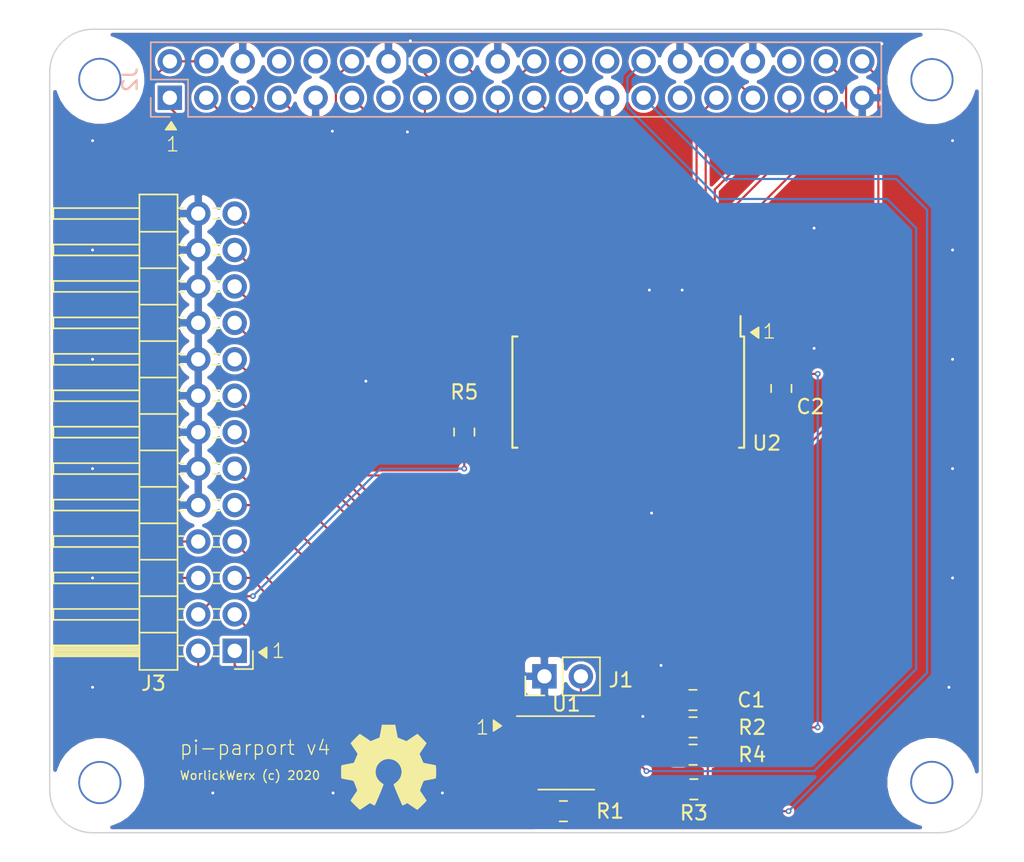
<source format=kicad_pcb>
(kicad_pcb (version 20171130) (host pcbnew 5.1.4+dfsg1-1~bpo10+1)
  (layers (0 F.Cu signal) (31 B.Cu signal) (34 B.Paste user) (35 F.Paste user) (36 B.SilkS user) (37 F.SilkS user) (38 B.Mask user) (39 F.Mask user) (44 Edge.Cuts user))
  (net 0 "")
  (net 1 GND)
  (net 2 /ID_SD_EEPROM)
  (net 3 /ID_SC_EEPROM)
  (net 4 "Net-(J1-Pad2)")
  (net 5 +3V3)
  (net 6 +5V)
  (net 7 /GPIO2)
  (net 8 /GPIO3)
  (net 9 /GPIO4)
  (net 10 "Net-(J2-Pad8)")
  (net 11 "Net-(J2-Pad10)")
  (net 12 /GPIO17)
  (net 13 /GPIO18)
  (net 14 "Net-(J2-Pad13)")
  (net 15 /GPIO22)
  (net 16 /GPIO23)
  (net 17 "Net-(J2-Pad17)")
  (net 18 /GPIO24)
  (net 19 /GPIO10)
  (net 20 /GPIO9)
  (net 21 /GPIO25)
  (net 22 /GPIO11)
  (net 23 /GPIO8)
  (net 24 "Net-(J2-Pad26)")
  (net 25 "Net-(J2-Pad29)")
  (net 26 /GPIO6)
  (net 27 "Net-(J2-Pad32)")
  (net 28 /GPIO13)
  (net 29 /GPIO19)
  (net 30 "Net-(J2-Pad36)")
  (net 31 /GPIO26)
  (net 32 /GPIO20)
  (net 33 /GPIO21)
  (net 34 /CONTROL0)
  (net 35 /CONTROL1)
  (net 36 /DATA0)
  (net 37 /STATUS3)
  (net 38 /DATA1)
  (net 39 /CONTROL2)
  (net 40 /DATA2)
  (net 41 /CONTROL3)
  (net 42 /DATA3)
  (net 43 /DATA4)
  (net 44 /DATA5)
  (net 45 /DATA6)
  (net 46 /DATA7)
  (net 47 /STATUS6)
  (net 48 /STATUS7)
  (net 49 /STATUS5)
  (net 50 /STATUS4)
  (net 51 "Net-(U2-Pad30)")
  (net 52 "Net-(U2-Pad43)")
  (module Symbol:OSHW-Symbol_6.7x6mm_SilkScreen (layer F.Cu) (at 102.1588 112.268)
    (fp_text reference REF** hide)
    (fp_text value OSHW-Symbol_6.7x6mm_SilkScreen hide)
  )
  (module Package_SO:SSOP-48_7.5x15.9mm_P0.635mm (layer F.Cu) (at 118.872 86.106 270)
    (fp_text reference U2 (at 3.556 -9.652 180) (layer F.SilkS))
    (fp_text value SN74LVC161284DLR)
    (pad 1 smd rect (at -4.7 -7.3025 270) (size 1.2 0.4) (layers F.Cu F.Paste F.Mask) (net 32 /GPIO20))
    (pad 2 smd rect (at -4.7 -6.6675 270) (size 1.2 0.4) (layers F.Cu F.Paste F.Mask) (net 31 /GPIO26))
    (pad 3 smd rect (at -4.7 -6.0325 270) (size 1.2 0.4) (layers F.Cu F.Paste F.Mask) (net 29 /GPIO19))
    (pad 4 smd rect (at -4.7 -5.3975 270) (size 1.2 0.4) (layers F.Cu F.Paste F.Mask) (net 26 /GPIO6))
    (pad 5 smd rect (at -4.7 -4.7625 270) (size 1.2 0.4) (layers F.Cu F.Paste F.Mask) (net 28 /GPIO13))
    (pad 6 smd rect (at -4.7 -4.1275 270) (size 1.2 0.4) (layers F.Cu F.Paste F.Mask) (net 1 GND))
    (pad 7 smd rect (at -4.7 -3.4925 270) (size 1.2 0.4) (layers F.Cu F.Paste F.Mask) (net 5 +3V3))
    (pad 8 smd rect (at -4.7 -2.8575 270) (size 1.2 0.4) (layers F.Cu F.Paste F.Mask) (net 22 /GPIO11))
    (pad 9 smd rect (at -4.7 -2.2225 270) (size 1.2 0.4) (layers F.Cu F.Paste F.Mask) (net 23 /GPIO8))
    (pad 10 smd rect (at -4.7 -1.5875 270) (size 1.2 0.4) (layers F.Cu F.Paste F.Mask) (net 1 GND))
    (pad 11 smd rect (at -4.7 -0.9525 270) (size 1.2 0.4) (layers F.Cu F.Paste F.Mask) (net 20 /GPIO9))
    (pad 12 smd rect (at -4.7 -0.3175 270) (size 1.2 0.4) (layers F.Cu F.Paste F.Mask) (net 21 /GPIO25))
    (pad 13 smd rect (at -4.7 0.3175 270) (size 1.2 0.4) (layers F.Cu F.Paste F.Mask) (net 19 /GPIO10))
    (pad 14 smd rect (at -4.7 0.9525 270) (size 1.2 0.4) (layers F.Cu F.Paste F.Mask) (net 18 /GPIO24))
    (pad 15 smd rect (at -4.7 1.5875 270) (size 1.2 0.4) (layers F.Cu F.Paste F.Mask) (net 1 GND))
    (pad 16 smd rect (at -4.7 2.2225 270) (size 1.2 0.4) (layers F.Cu F.Paste F.Mask) (net 16 /GPIO23))
    (pad 17 smd rect (at -4.7 2.8575 270) (size 1.2 0.4) (layers F.Cu F.Paste F.Mask) (net 15 /GPIO22))
    (pad 18 smd rect (at -4.7 3.4925 270) (size 1.2 0.4) (layers F.Cu F.Paste F.Mask) (net 5 +3V3))
    (pad 19 smd rect (at -4.7 4.1275 270) (size 1.2 0.4) (layers F.Cu F.Paste F.Mask) (net 1 GND))
    (pad 20 smd rect (at -4.7 4.7625 270) (size 1.2 0.4) (layers F.Cu F.Paste F.Mask) (net 12 /GPIO17))
    (pad 21 smd rect (at -4.7 5.3975 270) (size 1.2 0.4) (layers F.Cu F.Paste F.Mask) (net 13 /GPIO18))
    (pad 22 smd rect (at -4.7 6.0325 270) (size 1.2 0.4) (layers F.Cu F.Paste F.Mask) (net 9 /GPIO4))
    (pad 23 smd rect (at -4.7 6.6675 270) (size 1.2 0.4) (layers F.Cu F.Paste F.Mask) (net 8 /GPIO3))
    (pad 24 smd rect (at -4.7 7.3025 270) (size 1.2 0.4) (layers F.Cu F.Paste F.Mask) (net 7 /GPIO2))
    (pad 25 smd rect (at 4.7 7.3025 270) (size 1.2 0.4) (layers F.Cu F.Paste F.Mask) (net 37 /STATUS3))
    (pad 26 smd rect (at 4.7 6.6675 270) (size 1.2 0.4) (layers F.Cu F.Paste F.Mask) (net 50 /STATUS4))
    (pad 27 smd rect (at 4.7 6.0325 270) (size 1.2 0.4) (layers F.Cu F.Paste F.Mask) (net 49 /STATUS5))
    (pad 28 smd rect (at 4.7 5.3975 270) (size 1.2 0.4) (layers F.Cu F.Paste F.Mask) (net 48 /STATUS7))
    (pad 29 smd rect (at 4.7 4.7625 270) (size 1.2 0.4) (layers F.Cu F.Paste F.Mask) (net 47 /STATUS6))
    (pad 30 smd rect (at 4.7 4.1275 270) (size 1.2 0.4) (layers F.Cu F.Paste F.Mask) (net 51 "Net-(U2-Pad30)"))
    (pad 31 smd rect (at 4.7 3.4925 270) (size 1.2 0.4) (layers F.Cu F.Paste F.Mask) (net 6 +5V))
    (pad 32 smd rect (at 4.7 2.8575 270) (size 1.2 0.4) (layers F.Cu F.Paste F.Mask) (net 46 /DATA7))
    (pad 33 smd rect (at 4.7 2.2225 270) (size 1.2 0.4) (layers F.Cu F.Paste F.Mask) (net 45 /DATA6))
    (pad 34 smd rect (at 4.7 1.5875 270) (size 1.2 0.4) (layers F.Cu F.Paste F.Mask) (net 1 GND))
    (pad 35 smd rect (at 4.7 0.9525 270) (size 1.2 0.4) (layers F.Cu F.Paste F.Mask) (net 44 /DATA5))
    (pad 36 smd rect (at 4.7 0.3175 270) (size 1.2 0.4) (layers F.Cu F.Paste F.Mask) (net 43 /DATA4))
    (pad 37 smd rect (at 4.7 -0.3175 270) (size 1.2 0.4) (layers F.Cu F.Paste F.Mask) (net 42 /DATA3))
    (pad 38 smd rect (at 4.7 -0.9525 270) (size 1.2 0.4) (layers F.Cu F.Paste F.Mask) (net 40 /DATA2))
    (pad 39 smd rect (at 4.7 -1.5875 270) (size 1.2 0.4) (layers F.Cu F.Paste F.Mask) (net 1 GND))
    (pad 40 smd rect (at 4.7 -2.2225 270) (size 1.2 0.4) (layers F.Cu F.Paste F.Mask) (net 38 /DATA1))
    (pad 41 smd rect (at 4.7 -2.8575 270) (size 1.2 0.4) (layers F.Cu F.Paste F.Mask) (net 36 /DATA0))
    (pad 42 smd rect (at 4.7 -3.4925 270) (size 1.2 0.4) (layers F.Cu F.Paste F.Mask) (net 6 +5V))
    (pad 43 smd rect (at 4.7 -4.1275 270) (size 1.2 0.4) (layers F.Cu F.Paste F.Mask) (net 52 "Net-(U2-Pad43)"))
    (pad 44 smd rect (at 4.7 -4.7625 270) (size 1.2 0.4) (layers F.Cu F.Paste F.Mask) (net 34 /CONTROL0))
    (pad 45 smd rect (at 4.7 -5.3975 270) (size 1.2 0.4) (layers F.Cu F.Paste F.Mask) (net 35 /CONTROL1))
    (pad 46 smd rect (at 4.7 -6.0325 270) (size 1.2 0.4) (layers F.Cu F.Paste F.Mask) (net 39 /CONTROL2))
    (pad 47 smd rect (at 4.7 -6.6675 270) (size 1.2 0.4) (layers F.Cu F.Paste F.Mask) (net 41 /CONTROL3))
    (pad 48 smd rect (at 4.7 -7.3025 270) (size 1.2 0.4) (layers F.Cu F.Paste F.Mask) (net 33 /GPIO21))
  )
  (module Connector_PinHeader_2.54mm:PinHeader_2x13_P2.54mm_Horizontal (layer F.Cu) (at 91.44 104.14 180)
    (fp_text reference J3 (at 5.655 -2.27) (layer F.SilkS))
    (fp_text value Conn_02x13_Odd_Even)
    (pad 1 thru_hole rect (at 0 0 180) (size 1.7 1.7) (drill 1) (layers *.Cu *.Mask) (net 34 /CONTROL0))
    (pad 2 thru_hole oval (at 2.54 0 180) (size 1.7 1.7) (drill 1) (layers *.Cu *.Mask) (net 35 /CONTROL1))
    (pad 3 thru_hole oval (at 0 2.54 180) (size 1.7 1.7) (drill 1) (layers *.Cu *.Mask) (net 36 /DATA0))
    (pad 4 thru_hole oval (at 2.54 2.54 180) (size 1.7 1.7) (drill 1) (layers *.Cu *.Mask) (net 37 /STATUS3))
    (pad 5 thru_hole oval (at 0 5.08 180) (size 1.7 1.7) (drill 1) (layers *.Cu *.Mask) (net 38 /DATA1))
    (pad 6 thru_hole oval (at 2.54 5.08 180) (size 1.7 1.7) (drill 1) (layers *.Cu *.Mask) (net 39 /CONTROL2))
    (pad 7 thru_hole oval (at 0 7.62 180) (size 1.7 1.7) (drill 1) (layers *.Cu *.Mask) (net 40 /DATA2))
    (pad 8 thru_hole oval (at 2.54 7.62 180) (size 1.7 1.7) (drill 1) (layers *.Cu *.Mask) (net 41 /CONTROL3))
    (pad 9 thru_hole oval (at 0 10.16 180) (size 1.7 1.7) (drill 1) (layers *.Cu *.Mask) (net 42 /DATA3))
    (pad 10 thru_hole oval (at 2.54 10.16 180) (size 1.7 1.7) (drill 1) (layers *.Cu *.Mask) (net 1 GND))
    (pad 11 thru_hole oval (at 0 12.7 180) (size 1.7 1.7) (drill 1) (layers *.Cu *.Mask) (net 43 /DATA4))
    (pad 12 thru_hole oval (at 2.54 12.7 180) (size 1.7 1.7) (drill 1) (layers *.Cu *.Mask) (net 1 GND))
    (pad 13 thru_hole oval (at 0 15.24 180) (size 1.7 1.7) (drill 1) (layers *.Cu *.Mask) (net 44 /DATA5))
    (pad 14 thru_hole oval (at 2.54 15.24 180) (size 1.7 1.7) (drill 1) (layers *.Cu *.Mask) (net 1 GND))
    (pad 15 thru_hole oval (at 0 17.78 180) (size 1.7 1.7) (drill 1) (layers *.Cu *.Mask) (net 45 /DATA6))
    (pad 16 thru_hole oval (at 2.54 17.78 180) (size 1.7 1.7) (drill 1) (layers *.Cu *.Mask) (net 1 GND))
    (pad 17 thru_hole oval (at 0 20.32 180) (size 1.7 1.7) (drill 1) (layers *.Cu *.Mask) (net 46 /DATA7))
    (pad 18 thru_hole oval (at 2.54 20.32 180) (size 1.7 1.7) (drill 1) (layers *.Cu *.Mask) (net 1 GND))
    (pad 19 thru_hole oval (at 0 22.86 180) (size 1.7 1.7) (drill 1) (layers *.Cu *.Mask) (net 47 /STATUS6))
    (pad 20 thru_hole oval (at 2.54 22.86 180) (size 1.7 1.7) (drill 1) (layers *.Cu *.Mask) (net 1 GND))
    (pad 21 thru_hole oval (at 0 25.4 180) (size 1.7 1.7) (drill 1) (layers *.Cu *.Mask) (net 48 /STATUS7))
    (pad 22 thru_hole oval (at 2.54 25.4 180) (size 1.7 1.7) (drill 1) (layers *.Cu *.Mask) (net 1 GND))
    (pad 23 thru_hole oval (at 0 27.94 180) (size 1.7 1.7) (drill 1) (layers *.Cu *.Mask) (net 49 /STATUS5))
    (pad 24 thru_hole oval (at 2.54 27.94 180) (size 1.7 1.7) (drill 1) (layers *.Cu *.Mask) (net 1 GND))
    (pad 25 thru_hole oval (at 0 30.48 180) (size 1.7 1.7) (drill 1) (layers *.Cu *.Mask) (net 50 /STATUS4))
    (pad 26 thru_hole oval (at 2.54 30.48 180) (size 1.7 1.7) (drill 1) (layers *.Cu *.Mask) (net 1 GND))
  )
  (module Connector_PinSocket_2.54mm:PinSocket_2x20_P2.54mm_Vertical (layer B.Cu) (at 86.92 65.59 270)
    (fp_text reference J2 (at -1.27 2.77 270) (layer B.SilkS) (effects (justify mirror)))
    (fp_text value 40HAT)
    (pad 1 thru_hole rect (at 0 0 270) (size 1.7 1.7) (drill 1) (layers *.Cu *.Mask) (net 5 +3V3))
    (pad 2 thru_hole oval (at -2.54 0 270) (size 1.7 1.7) (drill 1) (layers *.Cu *.Mask) (net 6 +5V))
    (pad 3 thru_hole oval (at 0 -2.54 270) (size 1.7 1.7) (drill 1) (layers *.Cu *.Mask) (net 7 /GPIO2))
    (pad 4 thru_hole oval (at -2.54 -2.54 270) (size 1.7 1.7) (drill 1) (layers *.Cu *.Mask) (net 6 +5V))
    (pad 5 thru_hole oval (at 0 -5.08 270) (size 1.7 1.7) (drill 1) (layers *.Cu *.Mask) (net 8 /GPIO3))
    (pad 6 thru_hole oval (at -2.54 -5.08 270) (size 1.7 1.7) (drill 1) (layers *.Cu *.Mask) (net 1 GND))
    (pad 7 thru_hole oval (at 0 -7.62 270) (size 1.7 1.7) (drill 1) (layers *.Cu *.Mask) (net 9 /GPIO4))
    (pad 8 thru_hole oval (at -2.54 -7.62 270) (size 1.7 1.7) (drill 1) (layers *.Cu *.Mask) (net 10 "Net-(J2-Pad8)"))
    (pad 9 thru_hole oval (at 0 -10.16 270) (size 1.7 1.7) (drill 1) (layers *.Cu *.Mask) (net 1 GND))
    (pad 10 thru_hole oval (at -2.54 -10.16 270) (size 1.7 1.7) (drill 1) (layers *.Cu *.Mask) (net 11 "Net-(J2-Pad10)"))
    (pad 11 thru_hole oval (at 0 -12.7 270) (size 1.7 1.7) (drill 1) (layers *.Cu *.Mask) (net 12 /GPIO17))
    (pad 12 thru_hole oval (at -2.54 -12.7 270) (size 1.7 1.7) (drill 1) (layers *.Cu *.Mask) (net 13 /GPIO18))
    (pad 13 thru_hole oval (at 0 -15.24 270) (size 1.7 1.7) (drill 1) (layers *.Cu *.Mask) (net 14 "Net-(J2-Pad13)"))
    (pad 14 thru_hole oval (at -2.54 -15.24 270) (size 1.7 1.7) (drill 1) (layers *.Cu *.Mask) (net 1 GND))
    (pad 15 thru_hole oval (at 0 -17.78 270) (size 1.7 1.7) (drill 1) (layers *.Cu *.Mask) (net 15 /GPIO22))
    (pad 16 thru_hole oval (at -2.54 -17.78 270) (size 1.7 1.7) (drill 1) (layers *.Cu *.Mask) (net 16 /GPIO23))
    (pad 17 thru_hole oval (at 0 -20.32 270) (size 1.7 1.7) (drill 1) (layers *.Cu *.Mask) (net 17 "Net-(J2-Pad17)"))
    (pad 18 thru_hole oval (at -2.54 -20.32 270) (size 1.7 1.7) (drill 1) (layers *.Cu *.Mask) (net 18 /GPIO24))
    (pad 19 thru_hole oval (at 0 -22.86 270) (size 1.7 1.7) (drill 1) (layers *.Cu *.Mask) (net 19 /GPIO10))
    (pad 20 thru_hole oval (at -2.54 -22.86 270) (size 1.7 1.7) (drill 1) (layers *.Cu *.Mask) (net 1 GND))
    (pad 21 thru_hole oval (at 0 -25.4 270) (size 1.7 1.7) (drill 1) (layers *.Cu *.Mask) (net 20 /GPIO9))
    (pad 22 thru_hole oval (at -2.54 -25.4 270) (size 1.7 1.7) (drill 1) (layers *.Cu *.Mask) (net 21 /GPIO25))
    (pad 23 thru_hole oval (at 0 -27.94 270) (size 1.7 1.7) (drill 1) (layers *.Cu *.Mask) (net 22 /GPIO11))
    (pad 24 thru_hole oval (at -2.54 -27.94 270) (size 1.7 1.7) (drill 1) (layers *.Cu *.Mask) (net 23 /GPIO8))
    (pad 25 thru_hole oval (at 0 -30.48 270) (size 1.7 1.7) (drill 1) (layers *.Cu *.Mask) (net 1 GND))
    (pad 26 thru_hole oval (at -2.54 -30.48 270) (size 1.7 1.7) (drill 1) (layers *.Cu *.Mask) (net 24 "Net-(J2-Pad26)"))
    (pad 27 thru_hole oval (at 0 -33.02 270) (size 1.7 1.7) (drill 1) (layers *.Cu *.Mask) (net 2 /ID_SD_EEPROM))
    (pad 28 thru_hole oval (at -2.54 -33.02 270) (size 1.7 1.7) (drill 1) (layers *.Cu *.Mask) (net 3 /ID_SC_EEPROM))
    (pad 29 thru_hole oval (at 0 -35.56 270) (size 1.7 1.7) (drill 1) (layers *.Cu *.Mask) (net 25 "Net-(J2-Pad29)"))
    (pad 30 thru_hole oval (at -2.54 -35.56 270) (size 1.7 1.7) (drill 1) (layers *.Cu *.Mask) (net 1 GND))
    (pad 31 thru_hole oval (at 0 -38.1 270) (size 1.7 1.7) (drill 1) (layers *.Cu *.Mask) (net 26 /GPIO6))
    (pad 32 thru_hole oval (at -2.54 -38.1 270) (size 1.7 1.7) (drill 1) (layers *.Cu *.Mask) (net 27 "Net-(J2-Pad32)"))
    (pad 33 thru_hole oval (at 0 -40.64 270) (size 1.7 1.7) (drill 1) (layers *.Cu *.Mask) (net 28 /GPIO13))
    (pad 34 thru_hole oval (at -2.54 -40.64 270) (size 1.7 1.7) (drill 1) (layers *.Cu *.Mask) (net 1 GND))
    (pad 35 thru_hole oval (at 0 -43.18 270) (size 1.7 1.7) (drill 1) (layers *.Cu *.Mask) (net 29 /GPIO19))
    (pad 36 thru_hole oval (at -2.54 -43.18 270) (size 1.7 1.7) (drill 1) (layers *.Cu *.Mask) (net 30 "Net-(J2-Pad36)"))
    (pad 37 thru_hole oval (at 0 -45.72 270) (size 1.7 1.7) (drill 1) (layers *.Cu *.Mask) (net 31 /GPIO26))
    (pad 38 thru_hole oval (at -2.54 -45.72 270) (size 1.7 1.7) (drill 1) (layers *.Cu *.Mask) (net 32 /GPIO20))
    (pad 39 thru_hole oval (at 0 -48.26 270) (size 1.7 1.7) (drill 1) (layers *.Cu *.Mask) (net 1 GND))
    (pad 40 thru_hole oval (at -2.54 -48.26 270) (size 1.7 1.7) (drill 1) (layers *.Cu *.Mask) (net 33 /GPIO21))
  )
  (module Connector_PinHeader_2.54mm:PinHeader_1x02_P2.54mm_Vertical (layer F.Cu) (at 113.03 105.918 90)
    (fp_text reference J1 (at -0.254 5.334 180) (layer F.SilkS))
    (fp_text value CONN_01X02)
    (pad 1 thru_hole rect (at 0 0 90) (size 1.7 1.7) (drill 1) (layers *.Cu *.Mask) (net 1 GND))
    (pad 2 thru_hole oval (at 0 2.54 90) (size 1.7 1.7) (drill 1) (layers *.Cu *.Mask) (net 4 "Net-(J1-Pad2)"))
  )
  (module project_footprints:NPTH_3mm_ID (layer F.Cu) (at 82.04 64.31)
    (fp_text reference H1 (at 0.06 0.09) (layer F.SilkS))
    (fp_text value 3mm_Mounting_Hole hide)
    (pad "" np_thru_hole circle (at 0 0) (size 3 3) (drill 2.75) (layers *.Cu *.Mask) (clearance 1.6))
  )
  (module project_footprints:NPTH_3mm_ID (layer F.Cu) (at 140.04 64.33)
    (fp_text reference H3 (at 0.06 0.09) (layer F.SilkS))
    (fp_text value 3mm_Mounting_Hole hide)
    (pad "" np_thru_hole circle (at 0 0) (size 3 3) (drill 2.75) (layers *.Cu *.Mask) (clearance 1.6))
  )
  (module project_footprints:NPTH_3mm_ID (layer F.Cu) (at 82.04 113.32)
    (fp_text reference H2 (at 0.06 0.09) (layer F.SilkS))
    (fp_text value 3mm_Mounting_Hole hide)
    (pad "" np_thru_hole circle (at 0 0) (size 3 3) (drill 2.75) (layers *.Cu *.Mask) (clearance 1.6))
  )
  (module project_footprints:NPTH_3mm_ID (layer F.Cu) (at 140.03 113.31)
    (fp_text reference H4 (at 0.06 0.09) (layer F.SilkS))
    (fp_text value 3mm_Mounting_Hole hide)
    (pad "" np_thru_hole circle (at 0 0) (size 3 3) (drill 2.75) (layers *.Cu *.Mask) (clearance 1.6))
  )
  (module Resistor_SMD:R_0805_2012Metric_Pad1.15x1.40mm_HandSolder (layer F.Cu) (at 107.442 88.891 90)
    (fp_text reference R5 (at 2.785 0 180) (layer F.SilkS))
    (fp_text value 1.4K)
    (pad 1 smd roundrect (at -1.025 0 90) (size 1.15 1.4) (layers F.Cu F.Paste F.Mask) (roundrect_rratio 0.217391) (net 37 /STATUS3))
    (pad 2 smd roundrect (at 1.025 0 90) (size 1.15 1.4) (layers F.Cu F.Paste F.Mask) (roundrect_rratio 0.217391) (net 6 +5V))
  )
  (module Capacitor_SMD:C_0805_2012Metric_Pad1.15x1.40mm_HandSolder (layer F.Cu) (at 123.3805 107.569 180)
    (fp_text reference C1 (at -4.064 0) (layer F.SilkS))
    (fp_text value 100nF)
    (pad 2 smd roundrect (at 1.025 0 180) (size 1.15 1.4) (layers F.Cu F.Paste F.Mask) (roundrect_rratio 0.217391) (net 1 GND))
    (pad 1 smd roundrect (at -1.025 0 180) (size 1.15 1.4) (layers F.Cu F.Paste F.Mask) (roundrect_rratio 0.217391) (net 5 +3V3))
  )
  (module Capacitor_SMD:C_0805_2012Metric_Pad1.15x1.40mm_HandSolder (layer F.Cu) (at 129.54 85.852 270)
    (fp_text reference C2 (at 1.27 -2.032) (layer F.SilkS))
    (fp_text value 100nF)
    (pad 1 smd roundrect (at -1.025 0 270) (size 1.15 1.4) (layers F.Cu F.Paste F.Mask) (roundrect_rratio 0.217391) (net 5 +3V3))
    (pad 2 smd roundrect (at 1.025 0 270) (size 1.15 1.4) (layers F.Cu F.Paste F.Mask) (roundrect_rratio 0.217391) (net 1 GND))
  )
  (module Resistor_SMD:R_0805_2012Metric_Pad1.15x1.40mm_HandSolder (layer F.Cu) (at 114.3535 115.316 180)
    (fp_text reference R1 (at -3.2485 0) (layer F.SilkS))
    (fp_text value DNP)
    (pad 2 smd roundrect (at 1.025 0 180) (size 1.15 1.4) (layers F.Cu F.Paste F.Mask) (roundrect_rratio 0.217391) (net 1 GND))
    (pad 1 smd roundrect (at -1.025 0 180) (size 1.15 1.4) (layers F.Cu F.Paste F.Mask) (roundrect_rratio 0.217391) (net 4 "Net-(J1-Pad2)"))
  )
  (module Resistor_SMD:R_0805_2012Metric_Pad1.15x1.40mm_HandSolder (layer F.Cu) (at 123.3905 109.474)
    (fp_text reference R2 (at 4.1175 0) (layer F.SilkS))
    (fp_text value 10K)
    (pad 1 smd roundrect (at -1.025 0) (size 1.15 1.4) (layers F.Cu F.Paste F.Mask) (roundrect_rratio 0.217391) (net 4 "Net-(J1-Pad2)"))
    (pad 2 smd roundrect (at 1.025 0) (size 1.15 1.4) (layers F.Cu F.Paste F.Mask) (roundrect_rratio 0.217391) (net 5 +3V3))
  )
  (module Resistor_SMD:R_0805_2012Metric_Pad1.15x1.40mm_HandSolder (layer F.Cu) (at 123.444 113.792 180)
    (fp_text reference R3 (at 0 -1.65) (layer F.SilkS))
    (fp_text value 3.9K)
    (pad 1 smd roundrect (at -1.025 0 180) (size 1.15 1.4) (layers F.Cu F.Paste F.Mask) (roundrect_rratio 0.217391) (net 5 +3V3))
    (pad 2 smd roundrect (at 1.025 0 180) (size 1.15 1.4) (layers F.Cu F.Paste F.Mask) (roundrect_rratio 0.217391) (net 2 /ID_SD_EEPROM))
  )
  (module Resistor_SMD:R_0805_2012Metric_Pad1.15x1.40mm_HandSolder (layer F.Cu) (at 123.3905 111.379 180)
    (fp_text reference R4 (at -4.1175 0) (layer F.SilkS))
    (fp_text value 3.9K)
    (pad 2 smd roundrect (at 1.025 0 180) (size 1.15 1.4) (layers F.Cu F.Paste F.Mask) (roundrect_rratio 0.217391) (net 3 /ID_SC_EEPROM))
    (pad 1 smd roundrect (at -1.025 0 180) (size 1.15 1.4) (layers F.Cu F.Paste F.Mask) (roundrect_rratio 0.217391) (net 5 +3V3))
  )
  (module Package_SO:SOIC-8_3.9x4.9mm_P1.27mm (layer F.Cu) (at 114.554 111.252)
    (fp_text reference U1 (at 0 -3.4) (layer F.SilkS))
    (fp_text value CAT24C32)
    (pad 1 smd roundrect (at -2.475 -1.905) (size 1.95 0.6) (layers F.Cu F.Paste F.Mask) (net 1 GND))
    (pad 2 smd roundrect (at -2.475 -0.635) (size 1.95 0.6) (layers F.Cu F.Paste F.Mask) (net 1 GND))
    (pad 3 smd roundrect (at -2.475 0.635) (size 1.95 0.6) (layers F.Cu F.Paste F.Mask) (net 1 GND))
    (pad 4 smd roundrect (at -2.475 1.905) (size 1.95 0.6) (layers F.Cu F.Paste F.Mask) (net 1 GND))
    (pad 5 smd roundrect (at 2.475 1.905) (size 1.95 0.6) (layers F.Cu F.Paste F.Mask) (net 2 /ID_SD_EEPROM))
    (pad 6 smd roundrect (at 2.475 0.635) (size 1.95 0.6) (layers F.Cu F.Paste F.Mask) (net 3 /ID_SC_EEPROM))
    (pad 7 smd roundrect (at 2.475 -0.635) (size 1.95 0.6) (layers F.Cu F.Paste F.Mask) (net 4 "Net-(J1-Pad2)"))
    (pad 8 smd roundrect (at 2.475 -1.905) (size 1.95 0.6) (layers F.Cu F.Paste F.Mask) (net 5 +3V3))
  )
  (gr_line (start 143.546356 63.817611) (end 143.546351 113.822847) (layer Edge.Cuts) (width 0.1))
  (gr_text 1 (at 87.122 68.834) (layer F.SilkS) (effects (font (size 1 1) (thickness 0.09))))
  (gr_poly (pts (xy 86.614 67.818) (xy 87.0204 67.2592) (xy 87.376 67.818)) (layer F.SilkS) (width 0.1))
  (gr_text 1 (at 108.712 109.474) (layer F.SilkS) (effects (font (size 1 1) (thickness 0.09))))
  (gr_poly (pts (xy 109.474 108.966) (xy 110.0328 109.3724) (xy 109.474 109.728)) (layer F.SilkS) (width 0.1))
  (gr_poly (pts (xy 93.6752 104.648) (xy 93.1164 104.2416) (xy 93.6752 103.886)) (layer F.SilkS) (width 0.1))
  (gr_text 1 (at 94.488 104.14) (layer F.SilkS) (effects (font (size 1 1) (thickness 0.09))))
  (gr_text 1 (at 128.7 81.875) (layer F.SilkS) (effects (font (size 1 1) (thickness 0.09))))
  (gr_poly (pts (xy 127.9652 82.3468) (xy 127.4064 81.9404) (xy 127.9652 81.5848)) (layer F.SilkS) (width 0.1))
  (gr_text "WorlickWerx (c) 2020" (at 92.5068 112.8268) (layer F.SilkS) (effects (font (size 0.6 0.6) (thickness 0.09))))
  (gr_text "pi-parport v4" (at 92.8624 110.8964) (layer F.SilkS) (effects (font (size 1 1) (thickness 0.09))))
  (gr_line (start 78.546356 63.817611) (end 78.546356 113.817611) (layer Edge.Cuts) (width 0.1))
  (gr_arc (start 81.546356 63.817611) (end 81.546356 60.817611) (angle -90) (layer Edge.Cuts) (width 0.1))
  (gr_line (start 140.546356 60.817611) (end 81.546356 60.817611) (layer Edge.Cuts) (width 0.1))
  (gr_arc (start 140.546356 63.817611) (end 143.546356 63.817611) (angle -90) (layer Edge.Cuts) (width 0.1))
  (gr_arc (start 81.546356 113.817611) (end 78.546356 113.817611) (angle -90) (layer Edge.Cuts) (width 0.1))
  (gr_line (start 81.546356 116.817611) (end 140.546356 116.817611) (layer Edge.Cuts) (width 0.1))
  (gr_arc (start 140.546356 113.817611) (end 140.546356 116.817611) (angle -89.9) (layer Edge.Cuts) (width 0.1))
  (via (at 81.534 76.2) (size 0.4) (drill 0.2) (layers F.Cu B.Cu) (net 1))
  (via (at 81.534 83.82) (size 0.4) (drill 0.2) (layers F.Cu B.Cu) (net 1))
  (via (at 81.534 91.44) (size 0.4) (drill 0.2) (layers F.Cu B.Cu) (net 1))
  (via (at 81.534 99.06) (size 0.4) (drill 0.2) (layers F.Cu B.Cu) (net 1))
  (via (at 81.534 106.68) (size 0.4) (drill 0.2) (layers F.Cu B.Cu) (net 1))
  (via (at 89.916 114.046) (size 0.4) (drill 0.2) (layers F.Cu B.Cu) (net 1))
  (via (at 98.298 114.046) (size 0.4) (drill 0.2) (layers F.Cu B.Cu) (net 1))
  (via (at 105.918 114.046) (size 0.4) (drill 0.2) (layers F.Cu B.Cu) (net 1))
  (via (at 141.224 106.68) (size 0.4) (drill 0.2) (layers F.Cu B.Cu) (net 1))
  (via (at 141.478 99.06) (size 0.4) (drill 0.2) (layers F.Cu B.Cu) (net 1))
  (via (at 141.478 91.44) (size 0.4) (drill 0.2) (layers F.Cu B.Cu) (net 1))
  (via (at 141.478 76.2) (size 0.4) (drill 0.2) (layers F.Cu B.Cu) (net 1))
  (via (at 141.478 68.58) (size 0.4) (drill 0.2) (layers F.Cu B.Cu) (net 1))
  (via (at 131.826 74.676) (size 0.4) (drill 0.2) (layers F.Cu B.Cu) (net 1))
  (via (at 131.826 83.058) (size 0.4) (drill 0.2) (layers F.Cu B.Cu) (net 1))
  (via (at 121.158 105.156) (size 0.4) (drill 0.2) (layers F.Cu B.Cu) (net 1))
  (via (at 100.584 85.344) (size 0.4) (drill 0.2) (layers F.Cu B.Cu) (net 1))
  (via (at 81.534 68.58) (size 0.4) (drill 0.2) (layers F.Cu B.Cu) (net 1))
  (via (at 141.478 83.82) (size 0.4) (drill 0.2) (layers F.Cu B.Cu) (net 1))
  (via (at 120.3452 78.994) (size 0.4) (drill 0.2) (layers F.Cu B.Cu) (net 1))
  (via (at 120.4976 94.5388) (size 0.4) (drill 0.2) (layers F.Cu B.Cu) (net 1))
  (via (at 122.6312 78.994) (size 0.4) (drill 0.2) (layers F.Cu B.Cu) (net 1))
  (segment (start 120.3452 78.994) (end 122.6312 78.994) (width 0.15) (layer B.Cu) (net 1))
  (via (at 136.5504 61.8236) (size 0.4) (drill 0.2) (layers F.Cu B.Cu) (net 1))
  (via (at 98.2472 67.9196) (size 0.4) (drill 0.2) (layers F.Cu B.Cu) (net 1))
  (via (at 103.6828 61.6204) (size 0.4) (drill 0.2) (layers F.Cu B.Cu) (net 1))
  (via (at 103.4796 67.9704) (size 0.4) (drill 0.2) (layers F.Cu B.Cu) (net 1))
  (segment (start 103.279601 67.770401) (end 103.4796 67.9704) (width 0.15) (layer B.Cu) (net 1))
  (segment (start 103.228801 67.719601) (end 103.279601 67.770401) (width 0.15) (layer B.Cu) (net 1))
  (segment (start 98.447199 67.719601) (end 103.228801 67.719601) (width 0.15) (layer B.Cu) (net 1))
  (segment (start 98.2472 67.9196) (end 98.447199 67.719601) (width 0.15) (layer B.Cu) (net 1))
  (segment (start 103.4796 61.8236) (end 103.6828 61.6204) (width 0.15) (layer B.Cu) (net 1))
  (segment (start 103.4796 67.9704) (end 103.4796 61.8236) (width 0.15) (layer B.Cu) (net 1))
  (via (at 119.888 108.712) (size 0.4) (drill 0.2) (layers F.Cu B.Cu) (net 1))
  (segment (start 120.4976 79.1464) (end 120.3452 78.994) (width 0.15) (layer B.Cu) (net 1))
  (segment (start 120.4976 94.5388) (end 120.4976 79.1464) (width 0.15) (layer B.Cu) (net 1))
  (segment (start 119.94 66.06) (end 119.94 65.59) (width 0.25) (layer B.Cu) (net 2))
  (segment (start 120.49 66.14) (end 119.94 65.59) (width 0.15) (layer F.Cu) (net 2))
  (segment (start 121.744 113.792) (end 122.419 113.792) (width 0.15) (layer F.Cu) (net 2))
  (segment (start 117.029 113.557) (end 117.264 113.792) (width 0.15) (layer F.Cu) (net 2))
  (segment (start 117.029 113.157) (end 117.029 113.557) (width 0.15) (layer F.Cu) (net 2))
  (segment (start 117.264 113.792) (end 121.744 113.792) (width 0.15) (layer F.Cu) (net 2))
  (segment (start 139.7 105.664) (end 130.048 115.316) (width 0.15) (layer B.Cu) (net 2))
  (segment (start 130.048 115.316) (end 130.048 115.316) (width 0.15) (layer B.Cu) (net 2))
  (via (at 130.048 115.316) (size 0.4) (drill 0.2) (layers F.Cu B.Cu) (net 2))
  (segment (start 122.419 114.592) (end 123.143 115.316) (width 0.15) (layer F.Cu) (net 2))
  (segment (start 122.419 113.792) (end 122.419 114.592) (width 0.15) (layer F.Cu) (net 2))
  (segment (start 123.143 115.316) (end 130.048 115.316) (width 0.15) (layer F.Cu) (net 2))
  (segment (start 125.6 71.25) (end 137.544 71.25) (width 0.15) (layer B.Cu) (net 2))
  (segment (start 125.6 71.25) (end 119.94 65.59) (width 0.15) (layer B.Cu) (net 2))
  (segment (start 125.724 71.374) (end 125.6 71.25) (width 0.15) (layer B.Cu) (net 2))
  (segment (start 139.7 73.406) (end 139.7 105.664) (width 0.15) (layer B.Cu) (net 2))
  (segment (start 137.544 71.25) (end 139.7 73.406) (width 0.15) (layer B.Cu) (net 2))
  (segment (start 119.94 63.05) (end 119.85 63.05) (width 0.15) (layer F.Cu) (net 3))
  (segment (start 122.428 111.3295) (end 122.428 111.252) (width 0.15) (layer F.Cu) (net 3))
  (segment (start 121.808 111.902) (end 121.8555 111.902) (width 0.15) (layer F.Cu) (net 3))
  (segment (start 121.793 111.887) (end 121.808 111.902) (width 0.15) (layer F.Cu) (net 3))
  (segment (start 117.254 111.887) (end 118.491 111.887) (width 0.15) (layer F.Cu) (net 3))
  (segment (start 118.814999 64.175001) (end 119.090001 63.899999) (width 0.15) (layer B.Cu) (net 3))
  (segment (start 118.814999 66.236999) (end 118.814999 64.175001) (width 0.15) (layer B.Cu) (net 3))
  (segment (start 125.222 72.644) (end 118.814999 66.236999) (width 0.15) (layer B.Cu) (net 3))
  (segment (start 119.090001 63.899999) (end 119.94 63.05) (width 0.15) (layer B.Cu) (net 3))
  (segment (start 131.826 112.522) (end 138.938 105.41) (width 0.15) (layer B.Cu) (net 3))
  (via (at 120.142 112.522) (size 0.4) (drill 0.2) (layers F.Cu B.Cu) (net 3))
  (segment (start 131.826 112.522) (end 120.142 112.522) (width 0.15) (layer B.Cu) (net 3))
  (segment (start 120.142 112.522) (end 119.507 111.887) (width 0.15) (layer F.Cu) (net 3))
  (segment (start 118.491 111.887) (end 119.507 111.887) (width 0.15) (layer F.Cu) (net 3))
  (segment (start 121.1825 111.887) (end 119.507 111.887) (width 0.15) (layer F.Cu) (net 3))
  (segment (start 121.6905 111.379) (end 121.1825 111.887) (width 0.15) (layer F.Cu) (net 3))
  (segment (start 122.3655 111.379) (end 121.6905 111.379) (width 0.15) (layer F.Cu) (net 3))
  (segment (start 125.222 72.644) (end 136.906 72.644) (width 0.15) (layer B.Cu) (net 3))
  (segment (start 138.938 105.41) (end 138.938 74.676) (width 0.15) (layer B.Cu) (net 3))
  (segment (start 138.938 74.676) (end 136.906 72.644) (width 0.15) (layer B.Cu) (net 3))
  (segment (start 122.428 109.5515) (end 122.428 109.474) (width 0.15) (layer F.Cu) (net 4))
  (segment (start 121.3625 110.617) (end 122.428 109.5515) (width 0.15) (layer F.Cu) (net 4))
  (segment (start 117.254 110.617) (end 121.3625 110.617) (width 0.15) (layer F.Cu) (net 4))
  (segment (start 116.14 110.428) (end 115.57 109.858) (width 0.15) (layer F.Cu) (net 4))
  (segment (start 116.329 110.617) (end 116.14 110.428) (width 0.15) (layer F.Cu) (net 4))
  (segment (start 115.57 109.858) (end 115.57 105.918) (width 0.15) (layer F.Cu) (net 4))
  (segment (start 116.14 110.428) (end 116.078 110.366) (width 0.15) (layer F.Cu) (net 4))
  (segment (start 115.316 114.666) (end 115.316 115.316) (width 0.15) (layer F.Cu) (net 4))
  (segment (start 115.316 111.63) (end 115.316 114.666) (width 0.15) (layer F.Cu) (net 4))
  (segment (start 116.329 110.617) (end 115.316 111.63) (width 0.15) (layer F.Cu) (net 4))
  (segment (start 117.254 110.617) (end 116.329 110.617) (width 0.15) (layer F.Cu) (net 4))
  (segment (start 124.4065 111.3055) (end 124.353 111.252) (width 0.15) (layer F.Cu) (net 5))
  (segment (start 121.412 84.836) (end 122.3645 83.8835) (width 0.15) (layer F.Cu) (net 5))
  (segment (start 115.3795 83.8835) (end 116.332 84.836) (width 0.15) (layer F.Cu) (net 5))
  (segment (start 86.92 66.274012) (end 90.495988 69.85) (width 0.15) (layer F.Cu) (net 5))
  (segment (start 86.92 65.59) (end 86.92 66.274012) (width 0.15) (layer F.Cu) (net 5))
  (segment (start 90.495988 69.85) (end 91.948 69.85) (width 0.15) (layer F.Cu) (net 5))
  (segment (start 106.934 84.836) (end 117.856 84.836) (width 0.15) (layer F.Cu) (net 5))
  (segment (start 91.948 69.85) (end 106.934 84.836) (width 0.15) (layer F.Cu) (net 5))
  (segment (start 117.856 84.836) (end 121.412 84.836) (width 0.15) (layer F.Cu) (net 5))
  (segment (start 116.332 84.836) (end 117.856 84.836) (width 0.15) (layer F.Cu) (net 5))
  (via (at 132.08 109.474) (size 0.4) (drill 0.2) (layers F.Cu B.Cu) (net 5))
  (segment (start 132.08 84.836) (end 132.08 109.474) (width 0.15) (layer B.Cu) (net 5))
  (segment (start 124.4155 109.474) (end 132.08 109.474) (width 0.15) (layer F.Cu) (net 5))
  (via (at 132.08 84.836) (size 0.4) (drill 0.2) (layers F.Cu B.Cu) (net 5))
  (segment (start 121.412 84.836) (end 127.762 84.836) (width 0.15) (layer F.Cu) (net 5))
  (segment (start 127.771 84.827) (end 129.54 84.827) (width 0.15) (layer F.Cu) (net 5))
  (segment (start 127.762 84.836) (end 127.771 84.827) (width 0.15) (layer F.Cu) (net 5))
  (segment (start 129.549 84.836) (end 129.54 84.827) (width 0.15) (layer F.Cu) (net 5))
  (segment (start 132.08 84.836) (end 129.549 84.836) (width 0.15) (layer F.Cu) (net 5))
  (segment (start 124.4155 107.706) (end 124.4055 107.696) (width 0.15) (layer F.Cu) (net 5))
  (segment (start 117.129 109.347) (end 120.304 106.172) (width 0.15) (layer F.Cu) (net 5))
  (segment (start 120.304 106.172) (end 123.952 106.172) (width 0.15) (layer F.Cu) (net 5))
  (segment (start 123.952 106.172) (end 124.4055 106.6255) (width 0.15) (layer F.Cu) (net 5))
  (segment (start 122.3645 83.8835) (end 122.3645 81.406) (width 0.15) (layer F.Cu) (net 5))
  (segment (start 115.3795 82.2325) (end 115.3795 81.406) (width 0.15) (layer F.Cu) (net 5))
  (segment (start 115.3795 83.8835) (end 115.3795 82.2325) (width 0.15) (layer F.Cu) (net 5))
  (segment (start 124.4055 106.6255) (end 124.4055 107.569) (width 0.15) (layer F.Cu) (net 5))
  (segment (start 124.4055 109.464) (end 124.4155 109.474) (width 0.15) (layer F.Cu) (net 5))
  (segment (start 124.4155 109.474) (end 124.4155 111.379) (width 0.15) (layer F.Cu) (net 5))
  (segment (start 124.4155 113.7385) (end 124.469 113.792) (width 0.15) (layer F.Cu) (net 5))
  (segment (start 124.4155 111.379) (end 124.4155 113.7385) (width 0.15) (layer F.Cu) (net 5))
  (segment (start 124.4055 107.569) (end 124.4055 109.464) (width 0.15) (layer F.Cu) (net 5))
  (segment (start 108.142 87.866) (end 108.16 87.884) (width 0.15) (layer F.Cu) (net 6))
  (segment (start 107.442 87.866) (end 108.142 87.866) (width 0.15) (layer F.Cu) (net 6))
  (segment (start 114.3 87.884) (end 115.3795 88.9635) (width 0.15) (layer F.Cu) (net 6))
  (segment (start 121.412 87.884) (end 114.046 87.884) (width 0.15) (layer F.Cu) (net 6))
  (segment (start 114.046 87.884) (end 114.3 87.884) (width 0.15) (layer F.Cu) (net 6))
  (segment (start 108.16 87.884) (end 114.046 87.884) (width 0.15) (layer F.Cu) (net 6))
  (segment (start 85.215001 64.754999) (end 85.215001 67.946999) (width 0.15) (layer F.Cu) (net 6))
  (segment (start 86.92 63.05) (end 85.215001 64.754999) (width 0.15) (layer F.Cu) (net 6))
  (segment (start 85.215001 67.946999) (end 88.896002 71.628) (width 0.15) (layer F.Cu) (net 6))
  (segment (start 107.442 87.291) (end 107.442 87.866) (width 0.15) (layer F.Cu) (net 6))
  (segment (start 91.779 71.628) (end 107.442 87.291) (width 0.15) (layer F.Cu) (net 6))
  (segment (start 88.896002 71.628) (end 91.779 71.628) (width 0.15) (layer F.Cu) (net 6))
  (segment (start 86.92 63.05) (end 89.46 63.05) (width 0.15) (layer F.Cu) (net 6))
  (segment (start 115.3795 88.9635) (end 115.3795 90.806) (width 0.15) (layer F.Cu) (net 6))
  (segment (start 122.428 88.9) (end 121.412 87.884) (width 0.15) (layer F.Cu) (net 6))
  (segment (start 122.428 89.9925) (end 122.428 88.9) (width 0.15) (layer F.Cu) (net 6))
  (segment (start 122.3645 90.056) (end 122.428 89.9925) (width 0.15) (layer F.Cu) (net 6))
  (segment (start 122.3645 90.806) (end 122.3645 90.056) (width 0.15) (layer F.Cu) (net 6))
  (segment (start 105.276 81.406) (end 111.5695 81.406) (width 0.15) (layer F.Cu) (net 7))
  (segment (start 89.46 65.59) (end 105.276 81.406) (width 0.15) (layer F.Cu) (net 7))
  (segment (start 112.2045 80.656) (end 112.2045 81.406) (width 0.15) (layer F.Cu) (net 8))
  (segment (start 111.5585 80.01) (end 112.2045 80.656) (width 0.15) (layer F.Cu) (net 8))
  (segment (start 106.42 80.01) (end 111.5585 80.01) (width 0.15) (layer F.Cu) (net 8))
  (segment (start 92 65.59) (end 106.42 80.01) (width 0.15) (layer F.Cu) (net 8))
  (segment (start 107.944 78.994) (end 107.95 78.994) (width 0.15) (layer F.Cu) (net 9))
  (segment (start 94.54 65.59) (end 107.944 78.994) (width 0.15) (layer F.Cu) (net 9))
  (segment (start 107.95 78.994) (end 108.204 79.248) (width 0.15) (layer F.Cu) (net 9))
  (segment (start 108.204 79.248) (end 111.76 79.248) (width 0.15) (layer F.Cu) (net 9))
  (segment (start 112.8395 80.3275) (end 112.8395 81.406) (width 0.15) (layer F.Cu) (net 9))
  (segment (start 111.76 79.248) (end 112.8395 80.3275) (width 0.15) (layer F.Cu) (net 9))
  (segment (start 99.62 65.59) (end 111.754 77.724) (width 0.15) (layer F.Cu) (net 12))
  (segment (start 111.754 77.724) (end 112.014 77.724) (width 0.15) (layer F.Cu) (net 12))
  (segment (start 114.1095 79.8195) (end 114.1095 81.406) (width 0.15) (layer F.Cu) (net 12))
  (segment (start 112.014 77.724) (end 114.1095 79.8195) (width 0.15) (layer F.Cu) (net 12))
  (segment (start 111.76 78.486) (end 113.4745 80.2005) (width 0.15) (layer F.Cu) (net 13))
  (segment (start 110.452502 78.486) (end 111.76 78.486) (width 0.15) (layer F.Cu) (net 13))
  (segment (start 98.494999 66.528497) (end 110.452502 78.486) (width 0.15) (layer F.Cu) (net 13))
  (segment (start 99.62 63.05) (end 98.494999 64.175001) (width 0.15) (layer F.Cu) (net 13))
  (segment (start 113.4745 80.2005) (end 113.4745 81.406) (width 0.15) (layer F.Cu) (net 13))
  (segment (start 98.494999 64.175001) (end 98.494999 66.528497) (width 0.15) (layer F.Cu) (net 13))
  (segment (start 104.7 68.378) (end 104.7 65.59) (width 0.15) (layer F.Cu) (net 15))
  (segment (start 116.0145 79.6925) (end 104.7 68.378) (width 0.15) (layer F.Cu) (net 15))
  (segment (start 116.0145 79.6925) (end 116.0145 81.406) (width 0.15) (layer F.Cu) (net 15))
  (segment (start 104.7 63.924998) (end 105.918 65.142998) (width 0.15) (layer F.Cu) (net 16))
  (segment (start 104.7 63.05) (end 104.7 63.924998) (width 0.15) (layer F.Cu) (net 16))
  (segment (start 105.918 65.142998) (end 105.918 67.818) (width 0.15) (layer F.Cu) (net 16))
  (segment (start 105.918 67.818) (end 116.6495 78.5495) (width 0.15) (layer F.Cu) (net 16))
  (segment (start 116.6495 80.5815) (end 116.6495 81.406) (width 0.15) (layer F.Cu) (net 16))
  (segment (start 116.6495 78.5495) (end 116.6495 80.5815) (width 0.15) (layer F.Cu) (net 16))
  (segment (start 108.365001 64.175001) (end 108.365001 68.741001) (width 0.15) (layer F.Cu) (net 18))
  (segment (start 107.24 63.05) (end 108.365001 64.175001) (width 0.15) (layer F.Cu) (net 18))
  (segment (start 108.365001 68.741001) (end 117.9195 78.2955) (width 0.15) (layer F.Cu) (net 18))
  (segment (start 117.9195 78.2955) (end 117.9195 81.406) (width 0.15) (layer F.Cu) (net 18))
  (segment (start 109.78 65.59) (end 109.78 68.632) (width 0.15) (layer F.Cu) (net 19))
  (segment (start 109.78 68.632) (end 118.5545 77.4065) (width 0.15) (layer F.Cu) (net 19))
  (segment (start 118.5545 77.9145) (end 118.5545 81.406) (width 0.15) (layer F.Cu) (net 19))
  (segment (start 118.5545 77.4065) (end 118.5545 77.9145) (width 0.15) (layer F.Cu) (net 19))
  (segment (start 113.169999 66.439999) (end 113.169999 69.481999) (width 0.15) (layer F.Cu) (net 20))
  (segment (start 112.32 65.59) (end 113.169999 66.439999) (width 0.15) (layer F.Cu) (net 20))
  (segment (start 113.169999 69.481999) (end 119.8245 76.1365) (width 0.15) (layer F.Cu) (net 20))
  (segment (start 119.8245 80.7085) (end 119.8245 81.406) (width 0.15) (layer F.Cu) (net 20))
  (segment (start 119.8245 76.1365) (end 119.8245 80.7085) (width 0.15) (layer F.Cu) (net 20))
  (segment (start 112.32 63.05) (end 110.998 64.372) (width 0.15) (layer F.Cu) (net 21))
  (segment (start 110.998 64.372) (end 110.998 68.326) (width 0.15) (layer F.Cu) (net 21))
  (segment (start 110.998 68.326) (end 119.1895 76.5175) (width 0.15) (layer F.Cu) (net 21))
  (segment (start 119.1895 81.0895) (end 119.1895 81.406) (width 0.15) (layer F.Cu) (net 21))
  (segment (start 119.1895 76.5175) (end 119.1895 81.0895) (width 0.15) (layer F.Cu) (net 21))
  (segment (start 114.86 65.59) (end 114.86 68.378) (width 0.15) (layer F.Cu) (net 22))
  (segment (start 114.86 68.378) (end 121.7295 75.2475) (width 0.15) (layer F.Cu) (net 22))
  (segment (start 121.7295 81.3435) (end 121.7295 81.406) (width 0.15) (layer F.Cu) (net 22))
  (segment (start 121.7295 75.2475) (end 121.7295 81.3435) (width 0.15) (layer F.Cu) (net 22))
  (segment (start 113.734999 68.522999) (end 121.0945 75.8825) (width 0.15) (layer F.Cu) (net 23))
  (segment (start 114.86 63.05) (end 113.734999 64.175001) (width 0.15) (layer F.Cu) (net 23))
  (segment (start 121.0945 75.8825) (end 121.0945 81.406) (width 0.15) (layer F.Cu) (net 23))
  (segment (start 113.734999 64.175001) (end 113.734999 68.522999) (width 0.15) (layer F.Cu) (net 23))
  (segment (start 125.02 65.59) (end 124.170001 66.439999) (width 0.15) (layer F.Cu) (net 26))
  (segment (start 124.2695 66.539498) (end 124.2695 81.406) (width 0.15) (layer F.Cu) (net 26))
  (segment (start 124.170001 66.439999) (end 124.2695 66.539498) (width 0.15) (layer F.Cu) (net 26))
  (segment (start 124.479999 64.464999) (end 123.6345 65.310498) (width 0.15) (layer F.Cu) (net 28))
  (segment (start 126.434999 64.464999) (end 124.479999 64.464999) (width 0.15) (layer F.Cu) (net 28))
  (segment (start 127.56 65.59) (end 126.434999 64.464999) (width 0.15) (layer F.Cu) (net 28))
  (segment (start 123.6345 66.7385) (end 123.6345 81.406) (width 0.15) (layer F.Cu) (net 28))
  (segment (start 123.6345 65.310498) (end 123.6345 66.7385) (width 0.15) (layer F.Cu) (net 28))
  (segment (start 130.1 66.792081) (end 124.9045 71.987581) (width 0.15) (layer F.Cu) (net 29))
  (segment (start 130.1 65.59) (end 130.1 66.792081) (width 0.15) (layer F.Cu) (net 29))
  (segment (start 124.9045 74.8665) (end 124.9045 81.406) (width 0.15) (layer F.Cu) (net 29))
  (segment (start 124.9045 71.987581) (end 124.9045 74.8665) (width 0.15) (layer F.Cu) (net 29))
  (segment (start 132.64 66.792081) (end 125.5395 73.892581) (width 0.15) (layer F.Cu) (net 31))
  (segment (start 132.64 65.59) (end 132.64 66.792081) (width 0.15) (layer F.Cu) (net 31))
  (segment (start 125.5395 73.892581) (end 125.5395 81.406) (width 0.15) (layer F.Cu) (net 31))
  (segment (start 134.054999 64.464999) (end 134.054999 67.113001) (width 0.15) (layer F.Cu) (net 32))
  (segment (start 132.64 63.05) (end 134.054999 64.464999) (width 0.15) (layer F.Cu) (net 32))
  (segment (start 134.054999 67.113001) (end 126.1745 74.9935) (width 0.15) (layer F.Cu) (net 32))
  (segment (start 126.1745 74.9935) (end 126.1745 81.406) (width 0.15) (layer F.Cu) (net 32))
  (segment (start 130.428 90.806) (end 126.1745 90.806) (width 0.15) (layer F.Cu) (net 33))
  (segment (start 136.305001 84.928999) (end 130.428 90.806) (width 0.15) (layer F.Cu) (net 33))
  (segment (start 135.18 63.05) (end 136.305001 64.175001) (width 0.15) (layer F.Cu) (net 33))
  (segment (start 136.305001 64.175001) (end 136.305001 84.928999) (width 0.15) (layer F.Cu) (net 33))
  (segment (start 123.6345 91.3765) (end 123.474501 91.216501) (width 0.15) (layer F.Cu) (net 34))
  (segment (start 109.696 103.124) (end 109.728 103.124) (width 0.15) (layer F.Cu) (net 34))
  (segment (start 91.44 105.14) (end 92.202 105.902) (width 0.15) (layer F.Cu) (net 34))
  (segment (start 109.728 103.124) (end 111.76 101.092) (width 0.15) (layer F.Cu) (net 34))
  (segment (start 106.918 105.902) (end 109.696 103.124) (width 0.15) (layer F.Cu) (net 34))
  (segment (start 111.76 101.092) (end 122.682 101.092) (width 0.15) (layer F.Cu) (net 34))
  (segment (start 123.444 92.5085) (end 123.444 100.33) (width 0.15) (layer F.Cu) (net 34))
  (segment (start 122.682 101.092) (end 123.444 100.33) (width 0.15) (layer F.Cu) (net 34))
  (segment (start 92.202 105.902) (end 106.918 105.902) (width 0.15) (layer F.Cu) (net 34))
  (segment (start 91.44 104.14) (end 91.44 105.14) (width 0.15) (layer F.Cu) (net 34))
  (segment (start 123.6345 92.318) (end 123.444 92.5085) (width 0.15) (layer F.Cu) (net 34))
  (segment (start 123.6345 91.568) (end 123.6345 92.318) (width 0.15) (layer F.Cu) (net 34))
  (segment (start 123.6345 91.568) (end 123.6345 90.806) (width 0.15) (layer F.Cu) (net 34))
  (segment (start 88.9 105.342081) (end 89.983919 106.68) (width 0.15) (layer F.Cu) (net 35))
  (segment (start 89.983919 106.68) (end 106.934 106.68) (width 0.15) (layer F.Cu) (net 35))
  (segment (start 122.682 101.854) (end 124.2695 100.33) (width 0.15) (layer F.Cu) (net 35))
  (segment (start 124.2695 100.33) (end 124.2695 91.3765) (width 0.15) (layer F.Cu) (net 35))
  (segment (start 124.2695 91.3765) (end 124.2695 91.568) (width 0.15) (layer F.Cu) (net 35))
  (segment (start 111.76 101.854) (end 122.682 101.854) (width 0.15) (layer F.Cu) (net 35))
  (segment (start 88.9 104.14) (end 88.9 105.342081) (width 0.15) (layer F.Cu) (net 35))
  (segment (start 106.934 106.68) (end 111.76 101.854) (width 0.15) (layer F.Cu) (net 35))
  (segment (start 121.7295 97.282) (end 121.7295 91.568) (width 0.15) (layer F.Cu) (net 36))
  (segment (start 119.38 100.33) (end 121.7295 97.282) (width 0.15) (layer F.Cu) (net 36))
  (segment (start 111.76 100.33) (end 119.38 100.33) (width 0.15) (layer F.Cu) (net 36))
  (segment (start 106.934 105.156) (end 111.76 100.33) (width 0.15) (layer F.Cu) (net 36))
  (segment (start 94.742 105.156) (end 106.934 105.156) (width 0.15) (layer F.Cu) (net 36))
  (segment (start 91.44 101.6) (end 94.742 105.156) (width 0.15) (layer F.Cu) (net 36))
  (segment (start 121.7295 91.568) (end 121.7295 90.806) (width 0.15) (layer F.Cu) (net 36))
  (via (at 107.442 91.44) (size 0.4) (drill 0.2) (layers F.Cu B.Cu) (net 37))
  (via (at 92.71 100.33) (size 0.4) (drill 0.2) (layers F.Cu B.Cu) (net 37))
  (segment (start 101.6 91.44) (end 92.71 100.33) (width 0.15) (layer B.Cu) (net 37))
  (segment (start 107.442 91.44) (end 101.6 91.44) (width 0.15) (layer B.Cu) (net 37))
  (segment (start 90.17 100.33) (end 88.9 101.6) (width 0.15) (layer F.Cu) (net 37))
  (segment (start 92.71 100.33) (end 90.17 100.33) (width 0.15) (layer F.Cu) (net 37))
  (segment (start 107.442 91.44) (end 107.442 89.916) (width 0.15) (layer F.Cu) (net 37))
  (segment (start 111.5695 90.406) (end 111.5695 90.806) (width 0.15) (layer F.Cu) (net 37))
  (segment (start 111.0795 89.916) (end 111.5695 90.406) (width 0.15) (layer F.Cu) (net 37))
  (segment (start 107.442 89.916) (end 111.0795 89.916) (width 0.15) (layer F.Cu) (net 37))
  (segment (start 121.158 97.282) (end 121.0945 91.568) (width 0.15) (layer F.Cu) (net 38))
  (segment (start 119.38 99.568) (end 121.158 97.282) (width 0.15) (layer F.Cu) (net 38))
  (segment (start 111.76 99.568) (end 119.38 99.568) (width 0.15) (layer F.Cu) (net 38))
  (segment (start 106.934 104.394) (end 111.76 99.568) (width 0.15) (layer F.Cu) (net 38))
  (segment (start 97.282 104.394) (end 106.934 104.394) (width 0.15) (layer F.Cu) (net 38))
  (segment (start 92.642081 99.06) (end 97.282 104.394) (width 0.15) (layer F.Cu) (net 38))
  (segment (start 91.44 99.06) (end 92.642081 99.06) (width 0.15) (layer F.Cu) (net 38))
  (segment (start 121.0945 91.568) (end 121.0945 90.806) (width 0.15) (layer F.Cu) (net 38))
  (segment (start 111.76 102.616) (end 122.682 102.616) (width 0.15) (layer F.Cu) (net 39))
  (segment (start 106.947012 107.442) (end 111.76 102.616) (width 0.15) (layer F.Cu) (net 39))
  (segment (start 86.614 106.934) (end 87.122 107.442) (width 0.15) (layer F.Cu) (net 39))
  (segment (start 86.614 100.33) (end 86.614 106.934) (width 0.15) (layer F.Cu) (net 39))
  (segment (start 122.682 102.616) (end 124.94768 100.33) (width 0.15) (layer F.Cu) (net 39))
  (segment (start 87.122 107.442) (end 106.947012 107.442) (width 0.15) (layer F.Cu) (net 39))
  (segment (start 87.697919 99.06) (end 86.614 100.33) (width 0.15) (layer F.Cu) (net 39))
  (segment (start 88.9 99.06) (end 87.697919 99.06) (width 0.15) (layer F.Cu) (net 39))
  (segment (start 124.94768 100.33) (end 124.968 100.30968) (width 0.15) (layer F.Cu) (net 39))
  (segment (start 124.94768 100.33) (end 124.9045 91.568) (width 0.15) (layer F.Cu) (net 39))
  (segment (start 124.9045 91.568) (end 124.9045 90.806) (width 0.15) (layer F.Cu) (net 39))
  (segment (start 119.888 97.282) (end 119.8245 91.568) (width 0.15) (layer F.Cu) (net 40))
  (segment (start 111.76 98.806) (end 118.618 98.806) (width 0.15) (layer F.Cu) (net 40))
  (segment (start 106.934 103.632) (end 111.76 98.806) (width 0.15) (layer F.Cu) (net 40))
  (segment (start 118.618 98.806) (end 119.888 97.282) (width 0.15) (layer F.Cu) (net 40))
  (segment (start 97.79 103.632) (end 106.934 103.632) (width 0.15) (layer F.Cu) (net 40))
  (segment (start 91.44 96.52) (end 97.79 103.632) (width 0.15) (layer F.Cu) (net 40))
  (segment (start 119.8245 91.568) (end 119.8245 90.806) (width 0.15) (layer F.Cu) (net 40))
  (segment (start 87.122 96.52) (end 85.852 97.79) (width 0.15) (layer F.Cu) (net 41))
  (segment (start 86.868 108.204) (end 106.934 108.204) (width 0.15) (layer F.Cu) (net 41))
  (segment (start 122.682 103.378) (end 125.73 100.33) (width 0.15) (layer F.Cu) (net 41))
  (segment (start 85.852 97.79) (end 85.852 107.188) (width 0.15) (layer F.Cu) (net 41))
  (segment (start 88.9 96.52) (end 87.122 96.52) (width 0.15) (layer F.Cu) (net 41))
  (segment (start 111.76 103.378) (end 122.682 103.378) (width 0.15) (layer F.Cu) (net 41))
  (segment (start 125.73 92.5085) (end 125.73 100.33) (width 0.15) (layer F.Cu) (net 41))
  (segment (start 125.5395 92.318) (end 125.73 92.5085) (width 0.15) (layer F.Cu) (net 41))
  (segment (start 106.934 108.204) (end 111.76 103.378) (width 0.15) (layer F.Cu) (net 41))
  (segment (start 125.5395 91.568) (end 125.5395 92.318) (width 0.15) (layer F.Cu) (net 41))
  (segment (start 85.852 107.188) (end 86.868 108.204) (width 0.15) (layer F.Cu) (net 41))
  (segment (start 125.5395 91.568) (end 125.5395 90.806) (width 0.15) (layer F.Cu) (net 41))
  (segment (start 119.1895 97.282) (end 119.1895 91.568) (width 0.15) (layer F.Cu) (net 42))
  (segment (start 118.618 98.044) (end 119.1895 97.282) (width 0.15) (layer F.Cu) (net 42))
  (segment (start 101.532081 102.87) (end 106.934 102.87) (width 0.15) (layer F.Cu) (net 42))
  (segment (start 111.76 98.044) (end 118.618 98.044) (width 0.15) (layer F.Cu) (net 42))
  (segment (start 106.934 102.87) (end 111.76 98.044) (width 0.15) (layer F.Cu) (net 42))
  (segment (start 92.642081 93.98) (end 101.532081 102.87) (width 0.15) (layer F.Cu) (net 42))
  (segment (start 91.44 93.98) (end 92.642081 93.98) (width 0.15) (layer F.Cu) (net 42))
  (segment (start 119.1895 91.568) (end 119.1895 90.806) (width 0.15) (layer F.Cu) (net 42))
  (segment (start 91.44 91.44) (end 102.108 102.108) (width 0.15) (layer F.Cu) (net 43))
  (segment (start 102.108 102.108) (end 106.934 102.108) (width 0.15) (layer F.Cu) (net 43))
  (segment (start 106.934 102.108) (end 111.76 97.282) (width 0.15) (layer F.Cu) (net 43))
  (segment (start 111.76 97.282) (end 118.11 97.282) (width 0.15) (layer F.Cu) (net 43))
  (segment (start 118.11 97.282) (end 118.618 96.774) (width 0.15) (layer F.Cu) (net 43))
  (segment (start 118.5545 96.7105) (end 118.5545 91.568) (width 0.15) (layer F.Cu) (net 43))
  (segment (start 118.618 96.774) (end 118.5545 96.7105) (width 0.15) (layer F.Cu) (net 43))
  (segment (start 118.5545 91.568) (end 118.5545 90.806) (width 0.15) (layer F.Cu) (net 43))
  (segment (start 117.348 96.52) (end 117.9195 96.012) (width 0.15) (layer F.Cu) (net 44))
  (segment (start 111.76 96.52) (end 117.348 96.52) (width 0.15) (layer F.Cu) (net 44))
  (segment (start 92.289999 90.003999) (end 103.632 101.346) (width 0.15) (layer F.Cu) (net 44))
  (segment (start 103.632 101.346) (end 106.934 101.346) (width 0.15) (layer F.Cu) (net 44))
  (segment (start 106.934 101.346) (end 111.76 96.52) (width 0.15) (layer F.Cu) (net 44))
  (segment (start 92.289999 89.749999) (end 92.289999 90.003999) (width 0.15) (layer F.Cu) (net 44))
  (segment (start 117.9195 96.012) (end 117.9195 91.568) (width 0.15) (layer F.Cu) (net 44))
  (segment (start 91.44 88.9) (end 92.289999 89.749999) (width 0.15) (layer F.Cu) (net 44))
  (segment (start 117.9195 91.568) (end 117.9195 90.806) (width 0.15) (layer F.Cu) (net 44))
  (segment (start 106.934 100.584) (end 111.76 95.758) (width 0.15) (layer F.Cu) (net 45))
  (segment (start 92.289999 87.717999) (end 105.156 100.584) (width 0.15) (layer F.Cu) (net 45))
  (segment (start 105.156 100.584) (end 106.934 100.584) (width 0.15) (layer F.Cu) (net 45))
  (segment (start 92.289999 87.209999) (end 92.289999 87.717999) (width 0.15) (layer F.Cu) (net 45))
  (segment (start 91.44 86.36) (end 92.289999 87.209999) (width 0.15) (layer F.Cu) (net 45))
  (segment (start 111.76 95.758) (end 116.078 95.758) (width 0.15) (layer F.Cu) (net 45))
  (segment (start 116.078 95.758) (end 116.6495 95.1865) (width 0.15) (layer F.Cu) (net 45))
  (segment (start 116.6495 91.7575) (end 116.6495 90.806) (width 0.15) (layer F.Cu) (net 45))
  (segment (start 116.6495 91.7575) (end 116.6495 91.568) (width 0.15) (layer F.Cu) (net 45))
  (segment (start 116.6495 95.1865) (end 116.6495 91.7575) (width 0.15) (layer F.Cu) (net 45))
  (segment (start 105.156 99.822) (end 106.934 99.822) (width 0.15) (layer F.Cu) (net 46))
  (segment (start 93.218 87.884) (end 105.156 99.822) (width 0.15) (layer F.Cu) (net 46))
  (segment (start 106.934 99.822) (end 111.76 94.996) (width 0.15) (layer F.Cu) (net 46))
  (segment (start 93.218 85.598) (end 93.218 87.884) (width 0.15) (layer F.Cu) (net 46))
  (segment (start 91.44 83.82) (end 93.218 85.598) (width 0.15) (layer F.Cu) (net 46))
  (segment (start 111.76 94.996) (end 115.824 94.996) (width 0.15) (layer F.Cu) (net 46))
  (segment (start 116.0145 94.8055) (end 116.0145 91.568) (width 0.15) (layer F.Cu) (net 46))
  (segment (start 115.824 94.996) (end 116.0145 94.8055) (width 0.15) (layer F.Cu) (net 46))
  (segment (start 116.0145 91.568) (end 116.0145 90.806) (width 0.15) (layer F.Cu) (net 46))
  (segment (start 114.1095 93.9165) (end 114.1095 91.568) (width 0.15) (layer F.Cu) (net 47))
  (segment (start 91.44 81.28) (end 93.98 83.82) (width 0.15) (layer F.Cu) (net 47))
  (segment (start 105.156 99.06) (end 106.934 99.06) (width 0.15) (layer F.Cu) (net 47))
  (segment (start 111.76 94.234) (end 113.792 94.234) (width 0.15) (layer F.Cu) (net 47))
  (segment (start 106.934 99.06) (end 111.76 94.234) (width 0.15) (layer F.Cu) (net 47))
  (segment (start 93.98 87.884) (end 105.156 99.06) (width 0.15) (layer F.Cu) (net 47))
  (segment (start 113.792 94.234) (end 114.1095 93.9165) (width 0.15) (layer F.Cu) (net 47))
  (segment (start 93.98 83.82) (end 93.98 87.884) (width 0.15) (layer F.Cu) (net 47))
  (segment (start 114.1095 91.568) (end 114.1095 90.806) (width 0.15) (layer F.Cu) (net 47))
  (segment (start 91.44 78.74) (end 94.742 82.042) (width 0.15) (layer F.Cu) (net 48))
  (segment (start 94.742 82.042) (end 94.742 87.884) (width 0.15) (layer F.Cu) (net 48))
  (segment (start 94.742 87.884) (end 105.156 98.298) (width 0.15) (layer F.Cu) (net 48))
  (segment (start 105.156 98.298) (end 106.934 98.298) (width 0.15) (layer F.Cu) (net 48))
  (segment (start 106.934 98.298) (end 111.76 93.472) (width 0.15) (layer F.Cu) (net 48))
  (segment (start 111.76 93.472) (end 113.284 93.472) (width 0.15) (layer F.Cu) (net 48))
  (segment (start 113.284 93.472) (end 113.538 93.218) (width 0.15) (layer F.Cu) (net 48))
  (segment (start 113.4745 93.1545) (end 113.4745 91.568) (width 0.15) (layer F.Cu) (net 48))
  (segment (start 113.538 93.218) (end 113.4745 93.1545) (width 0.15) (layer F.Cu) (net 48))
  (segment (start 113.4745 91.568) (end 113.4745 90.806) (width 0.15) (layer F.Cu) (net 48))
  (segment (start 91.44 76.2) (end 95.504 80.264) (width 0.15) (layer F.Cu) (net 49))
  (segment (start 95.504 80.264) (end 95.504 87.884) (width 0.15) (layer F.Cu) (net 49))
  (segment (start 95.504 87.884) (end 105.156 97.536) (width 0.15) (layer F.Cu) (net 49))
  (segment (start 105.156 97.536) (end 106.934 97.536) (width 0.15) (layer F.Cu) (net 49))
  (segment (start 106.934 97.536) (end 111.76 92.71) (width 0.15) (layer F.Cu) (net 49))
  (segment (start 111.76 92.71) (end 112.776 92.71) (width 0.15) (layer F.Cu) (net 49))
  (segment (start 112.8395 92.6465) (end 112.8395 91.568) (width 0.15) (layer F.Cu) (net 49))
  (segment (start 112.776 92.71) (end 112.8395 92.6465) (width 0.15) (layer F.Cu) (net 49))
  (segment (start 112.8395 91.568) (end 112.8395 90.806) (width 0.15) (layer F.Cu) (net 49))
  (segment (start 96.266 87.884) (end 100.297001 91.915001) (width 0.15) (layer F.Cu) (net 50))
  (segment (start 112.046999 91.915001) (end 112.2045 91.7575) (width 0.15) (layer F.Cu) (net 50))
  (segment (start 91.44 73.66) (end 96.266 78.486) (width 0.15) (layer F.Cu) (net 50))
  (segment (start 112.2045 91.7575) (end 112.2045 90.806) (width 0.15) (layer F.Cu) (net 50))
  (segment (start 96.266 78.486) (end 96.266 87.884) (width 0.15) (layer F.Cu) (net 50))
  (segment (start 100.297001 91.915001) (end 112.046999 91.915001) (width 0.15) (layer F.Cu) (net 50))
  (zone (net 1) (net_name GND) (layer F.Cu) (connect_pads (clearance 0.2)) (min_thickness 0.254) (fill yes (arc_segments 32) (thermal_gap 0.508) (thermal_bridge_width 0.508))
    (polygon (pts (xy 144.78 118.11) (xy 75.946 118.11) (xy 75.946 60.198) (xy 144.78 60.198)))
  )
  (zone (net 1) (net_name GND) (layer B.Cu) (connect_pads (clearance 0.2)) (min_thickness 0.254) (fill yes (arc_segments 32) (thermal_gap 0.508) (thermal_bridge_width 0.508))
    (polygon (pts (xy 146.4564 118.872) (xy 75.2348 118.872) (xy 75.0824 58.7756) (xy 146.4564 58.7756)))
  )
)
</source>
